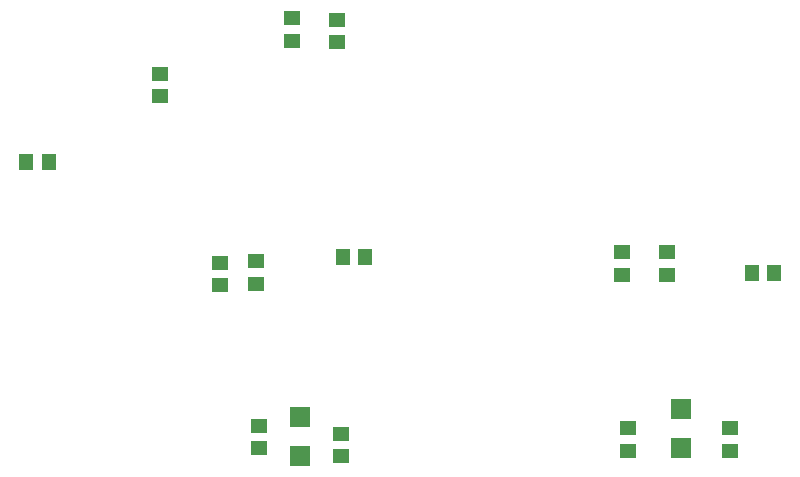
<source format=gbp>
G04*
G04 #@! TF.GenerationSoftware,Altium Limited,Altium Designer,21.3.2 (30)*
G04*
G04 Layer_Color=128*
%FSTAX44Y44*%
%MOMM*%
G71*
G04*
G04 #@! TF.SameCoordinates,1521B721-1041-421A-BEC2-2198B3717C83*
G04*
G04*
G04 #@! TF.FilePolarity,Positive*
G04*
G01*
G75*
%ADD88R,1.2000X1.4000*%
%ADD89R,1.4000X1.2000*%
%ADD90R,1.7000X1.7000*%
D88*
X00871836Y00395362D02*
D03*
X00890836D02*
D03*
X00257244Y00489984D02*
D03*
X00276244D02*
D03*
X00525214Y00409548D02*
D03*
X00544214D02*
D03*
D89*
X00761338Y00394046D02*
D03*
Y00413046D02*
D03*
X00799438Y00394046D02*
D03*
Y00413046D02*
D03*
X00766472Y00264264D02*
D03*
Y00245264D02*
D03*
X00852832Y00264264D02*
D03*
Y00245264D02*
D03*
X00370874Y00564176D02*
D03*
Y00545176D02*
D03*
X00451458Y00405696D02*
D03*
Y00386696D02*
D03*
X00420978Y00404426D02*
D03*
Y00385426D02*
D03*
X00454052Y00247084D02*
D03*
Y00266084D02*
D03*
X00523902Y00240464D02*
D03*
Y00259464D02*
D03*
X00520092Y00590984D02*
D03*
Y00609984D02*
D03*
X00481938Y00611166D02*
D03*
Y00592166D02*
D03*
D90*
X0081153Y0028039D02*
D03*
Y0024739D02*
D03*
X0048895Y0024104D02*
D03*
Y0027404D02*
D03*
M02*

</source>
